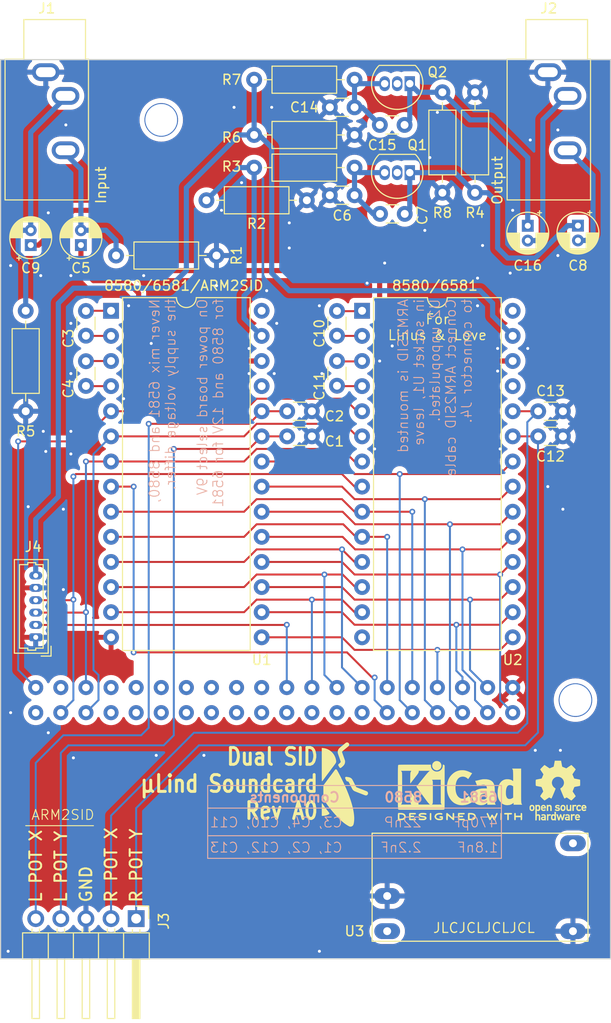
<source format=kicad_pcb>
(kicad_pcb (version 20240108) (generator "pcbnew") (generator_version "8.0")
  (layers (0 "F.Cu" signal) (1 "In1.Cu" power) (2 "In2.Cu" power) (31 "B.Cu" signal) (34 "B.Paste" user) (35 "F.Paste" user) (36 "B.SilkS" user "B.Silkscreen") (37 "F.SilkS" user "F.Silkscreen") (38 "B.Mask" user) (39 "F.Mask" user) (44 "Edge.Cuts" user))
  (net 0 "")
  (net 1 "GND")
  (net 2 "IN_R")
  (net 3 "Net-(U1-EXT_IN)")
  (net 4 "Net-(U1-CAP1A)")
  (net 5 "Net-(U1-CAP1B)")
  (net 6 "Net-(U1-CAP2B)")
  (net 7 "Net-(U1-CAP2A)")
  (net 8 "OUT_R")
  (net 9 "A5")
  (net 10 "A2S_OUT_R")
  (net 11 "~{RES}")
  (net 12 "POT_Y_L")
  (net 13 "POT_X_L")
  (net 14 "IN_L")
  (net 15 "Net-(Q1-B)")
  (net 16 "Net-(Q1-E)")
  (net 17 "OUT_L")
  (net 18 "POT_Y_R")
  (net 19 "POT_X_R")
  (net 20 "Net-(Q2-B)")
  (net 21 "Net-(Q2-E)")
  (net 22 "D0")
  (net 23 "~{SNDR_EN}")
  (net 24 "D2")
  (net 25 "D1")
  (net 26 "VCC")
  (net 27 "E")
  (net 28 "+9V")
  (net 29 "A2")
  (net 30 "A0")
  (net 31 "D7")
  (net 32 "A4")
  (net 33 "A1")
  (net 34 "D6")
  (net 35 "D3")
  (net 36 "A3")
  (net 37 "D4")
  (net 38 "D5")
  (net 39 "R{slash}~{W}")
  (net 40 "~{SNDL_EN}")
  (net 41 "Net-(U2-EXT_IN)")
  (net 42 "Net-(U2-CAP1A)")
  (net 43 "Net-(U2-CAP1B)")
  (net 44 "Net-(U2-CAP2B)")
  (net 45 "Net-(U2-CAP2A)")
  (net 46 "Net-(U1-AUDIO_OUT)")
  (footprint "Resistor_THT:R_Axial_DIN0207_L6.3mm_D2.5mm_P10.16mm_Horizontal" (layer "F.Cu") (at 115.57 59.182 -90)
    (property "Reference" "R4")
    (property "Value" "100k" (hide yes))
  )
  (footprint "Symbol:KiCad-Logo2_5mm_SilkScreen" (layer "F.Cu") (at 114.046 129.794)
    (property "Reference" "REF**" (hide yes))
    (property "Value" "KiCad-Logo2_5mm_SilkScreen" (hide yes))
  )
  (footprint "Capacitor_THT:C_Disc_D3.0mm_W1.6mm_P2.50mm" (layer "F.Cu") (at 121.96 91.44)
    (property "Reference" "C13")
    (property "Value" "2.2nF" (hide yes))
  )
  (footprint "Resistor_THT:R_Axial_DIN0207_L6.3mm_D2.5mm_P10.16mm_Horizontal" (layer "F.Cu") (at 93.218 66.802)
    (property "Reference" "R3")
    (property "Value" "100k" (hide yes))
  )
  (footprint "Package_DIP:DIP-28_W15.24mm" (layer "F.Cu") (at 78.74 81.28)
    (property "Reference" "U1")
    (property "Value" "8580/6581/ARM2SID")
  )
  (footprint "Resistor_THT:R_Axial_DIN0207_L6.3mm_D2.5mm_P10.16mm_Horizontal" (layer "F.Cu") (at 98.552 70.104 180)
    (property "Reference" "R2")
    (property "Value" "100k" (hide yes))
  )
  (footprint "Capacitor_THT:CP_Radial_D4.0mm_P1.50mm" (layer "F.Cu") (at 75.692 74.6366 90)
    (property "Reference" "C5")
    (property "Value" "0.1µF" (hide yes))
  )
  (footprint "Connector_Audio:Jack_3.5mm_CUI_SJ1-3533NG_Horizontal" (layer "F.Cu") (at 72.136 57.15)
    (property "Reference" "J1")
    (property "Value" "Input")
  )
  (footprint "Capacitor_THT:C_Disc_D3.0mm_W1.6mm_P2.50mm" (layer "F.Cu") (at 76.2 86.38 -90)
    (property "Reference" "C4")
    (property "Value" "22nF" (hide yes))
  )
  (footprint "Resistor_THT:R_Axial_DIN0207_L6.3mm_D2.5mm_P10.16mm_Horizontal" (layer "F.Cu") (at 93.218 57.912)
    (property "Reference" "R7")
    (property "Value" "100k" (hide yes))
  )
  (footprint "Capacitor_THT:CP_Radial_D4.0mm_P1.50mm" (layer "F.Cu") (at 120.904 72.683401 -90)
    (property "Reference" "C16")
    (property "Value" "10µF" (hide yes))
  )
  (footprint "Capacitor_THT:C_Disc_D3.0mm_W1.6mm_P2.50mm" (layer "F.Cu") (at 103.378 60.706 180)
    (property "Reference" "C14")
    (property "Value" "2.2nF" (hide yes))
  )
  (footprint "Connector_Audio:Jack_3.5mm_CUI_SJ1-3533NG_Horizontal" (layer "F.Cu") (at 122.936 57.15)
    (property "Reference" "J2")
    (property "Value" "Output")
  )
  (footprint "Capacitor_THT:CP_Radial_D4.0mm_P1.50mm" (layer "F.Cu") (at 70.612 74.6366 90)
    (property "Reference" "C9")
    (property "Value" "0.1µF" (hide yes))
  )
  (footprint "Capacitor_THT:C_Disc_D3.0mm_W1.6mm_P2.50mm" (layer "F.Cu") (at 105.938 62.484)
    (property "Reference" "C15")
    (property "Value" "2.2nF" (hide yes))
  )
  (footprint "Capacitor_THT:C_Disc_D3.0mm_W1.6mm_P2.50mm" (layer "F.Cu") (at 105.958 71.48)
    (property "Reference" "C7")
    (property "Value" "2.2nF" (hide yes))
  )
  (footprint "Resistor_THT:R_Axial_DIN0207_L6.3mm_D2.5mm_P10.16mm_Horizontal" (layer "F.Cu") (at 112.268 69.342 90)
    (property "Reference" "R8")
    (property "Value" "100k" (hide yes))
  )
  (footprint "motherboard:StepUpConverter" (layer "F.Cu") (at 116.205 147.066)
    (property "Reference" "U3")
    (property "Value" "~" (hide yes))
  )
  (footprint "Capacitor_THT:C_Disc_D3.0mm_W1.6mm_P2.50mm" (layer "F.Cu") (at 101.6 81.3 -90)
    (property "Reference" "C10")
    (property "Value" "22nF" (hide yes))
  )
  (footprint "Connector_PinHeader_2.54mm:PinHeader_1x05_P2.54mm_Horizontal" (layer "F.Cu") (at 81.28 142.748 -90)
    (property "Reference" "J3")
    (property "Value" "Paddle Con")
  )
  (footprint "Connector_Molex:Molex_PicoBlade_53047-0610_1x06_P1.25mm_Vertical" (layer "F.Cu") (at 71.12 114.3 90)
    (property "Reference" "J4")
    (property "Value" "ARM2SID")
  )
  (footprint "motherboard:AudioExpansionCard" (layer "F.Cu") (at 71.12 121.92)
    (property "Reference" "J5" (hide yes))
    (property "Value" "Conn_02x20_Odd_Even" (hide yes))
    (fp_line (start -3.556 -66.04) (end -3.556 24.892) (stroke (width 0.12)) (layer "Edge.Cuts"))
    (fp_line (start -3.556 24.892) (end 58.166 24.892) (stroke (width 0.12)) (layer "Edge.Cuts"))
    (fp_line (start 58.166 -66.04) (end -3.556 -66.04) (stroke (width 0.12)) (layer "Edge.Cuts"))
    (fp_line (start 58.166 24.892) (end 58.166 -66.04) (stroke (width 0.12)) (layer "Edge.Cuts"))
  )
  (footprint "Capacitor_THT:C_Disc_D3.0mm_W1.6mm_P2.50mm" (layer "F.Cu") (at 103.378 69.596 180)
    (property "Reference" "C6")
    (property "Value" "2.2nF" (hide yes))
  )
  (footprint "Capacitor_THT:C_Disc_D3.0mm_W1.6mm_P2.50mm" (layer "F.Cu") (at 76.2 81.3 -90)
    (property "Reference" "C3")
    (property "Value" "22nF" (hide yes))
  )
  (footprint "Capacitor_THT:CP_Radial_D4.0mm_P1.50mm" (layer "F.Cu") (at 125.984 72.668 -90)
    (property "Reference" "C8")
    (property "Value" "10µF" (hide yes))
  )
  (footprint "Package_DIP:DIP-28_W15.24mm" (layer "F.Cu") (at 104.14 81.28)
    (property "Reference" "U2")
    (property "Value" "8580/6581")
  )
  (footprint "motherboard:fly_6mm" (layer "F.Cu") (at 102.362 129.286)
    (property "Reference" "G***" (hide yes))
    (property "Value" "LOGO" (hide yes))
  )
  (footprint "Package_TO_SOT_THT:TO-92_Inline" (layer "F.Cu") (at 108.966 58.314 180)
    (property "Reference" "Q2")
    (property "Value" "2SC1815" (hide yes))
  )
  (footprint "Capacitor_THT:C_Disc_D3.0mm_W1.6mm_P2.50mm" (layer "F.Cu") (at 101.6 86.36 -90)
    (property "Reference" "C11")
    (property "Value" "22nF" (hide yes))
  )
  (footprint "Resistor_THT:R_Axial_DIN0207_L6.3mm_D2.5mm_P10.16mm_Horizontal" (layer "F.Cu") (at 79.248 75.692)
    (property "Reference" "R1")
    (property "Value" "100k" (hide yes))
  )
  (footprint "Capacitor_THT:C_Disc_D3.0mm_W1.6mm_P2.50mm" (layer "F.Cu") (at 121.96 93.98)
    (property "Reference" "C12")
    (property "Value" "2.2nF" (hide yes))
  )
  (footprint "Resistor_THT:R_Axial_DIN0207_L6.3mm_D2.5mm_P10.16mm_Horizontal" (layer "F.Cu") (at 70.104 81.28 -90)
    (property "Reference" "R5")
    (property "Value" "100k" (hide yes))
  )
  (footprint "Package_TO_SOT_THT:TO-92_Inline" (layer "F.Cu") (at 108.966 67.31 180)
    (property "Reference" "Q1")
    (property "Value" "2SC1815" (hide yes))
  )
  (footprint "Capacitor_THT:C_Disc_D3.0mm_W1.6mm_P2.50mm" (layer "F.Cu") (at 96.56 91.44)
    (property "Reference" "C2")
    (property "Value" "2.2nF" (hide yes))
  )
  (footprint "Symbol:OSHW-Logo_5.7x6mm_SilkScreen" (layer "F.Cu") (at 123.952 129.794)
    (property "Reference" "REF**" (hide yes))
    (property "Value" "OSHW-Logo_5.7x6mm_SilkScreen" (hide yes))
  )
  (footprint "Capacitor_THT:C_Disc_D3.0mm_W1.6mm_P2.50mm" (layer "F.Cu") (at 96.56 93.98)
    (property "Reference" "C1")
    (property "Value" "2.2nF" (hide yes))
  )
  (footprint "Resistor_THT:R_Axial_DIN0207_L6.3mm_D2.5mm_P10.16mm_Horizontal" (layer "F.Cu") (at 103.378 63.5 180)
    (property "Reference" "R6")
    (property "Value" "100k" (hide yes))
  )
  (gr_line (start 118.237 131.572) (end 118.237 129.286) (stroke (width 0.1)) (layer "B.SilkS"))
  (gr_line (start 117.983 131.572) (end 88.773 131.572) (stroke (width 0.1)) (layer "B.SilkS"))
  (gr_line (start 118.237 134.366) (end 117.983 134.366) (stroke (width 0.1)) (layer "B.SilkS"))
  (gr_line (start 88.519 129.286) (end 88.519 131.572) (stroke (width 0.1)) (layer "B.SilkS"))
  (gr_line (start 118.237 129.286) (end 88.519 129.286) (stroke (width 0.1)) (layer "B.SilkS"))
  (gr_line (start 118.237 136.652) (end 117.983 136.652) (stroke (width 0.1)) (layer "B.SilkS"))
  (gr_line (start 88.519 134.366) (end 88.519 136.652) (stroke (width 0.1)) (layer "B.SilkS"))
  (gr_line (start 88.519 131.572) (end 88.773 131.572) (stroke (width 0.1)) (layer "B.SilkS"))
  (gr_line (start 117.983 136.652) (end 88.773 136.652) (stroke (width 0.1)) (layer "B.SilkS"))
  (gr_line (start 117.983 131.572) (end 118.237 131.572) (stroke (width 0.1)) (layer "B.SilkS"))
  (gr_line (start 88.519 134.366) (end 88.773 134.366) (stroke (width 0.1)) (layer "B.SilkS"))
  (gr_line (start 88.519 136.652) (end 88.773 136.652) (stroke (width 0.1)) (layer "B.SilkS"))
  (gr_line (start 88.519 131.572) (end 88.519 134.366) (stroke (width 0.1)) (layer "B.SilkS"))
  (gr_line (start 117.983 134.366) (end 88.773 134.366) (stroke (width 0.1)) (layer "B.SilkS"))
  (gr_line (start 118.237 129.286) (end 118.237 136.652) (stroke (width 0.1)) (layer "B.SilkS"))
  (gr_line (start 70.104 133.35) (end 76.962 133.35) (stroke (width 0.1)) (layer "F.SilkS"))
  (gr_text "2024-06-29" (at 127 114.554 90) (layer "F.Cu") (effects (font (size 1 1) (thickness 0.1)) (justify left bottom)))
  (gr_text "6581     8580      Components" (at 117.983 131.064 0) (layer "B.SilkS") (effects (font (size 1 1) (thickness 0.2) (bold yes)) (justify left bottom mirror)))
  (gr_text "1.8nF	2.2nF	C1, C2, C12, C13" (at 117.983 136.144 0) (layer "B.SilkS") (effects (font (size 1 1) (thickness 0.1)) (justify left bottom mirror)))
  (gr_text "Never mix 6581 and 8580, \nthe supply voltage differ.\n\nOn power board select 9V\nfor 8580 and 12V for 6581" (at 90.17 80.01 90) (layer "B.SilkS") (effects (font (size 1 1) (thickness 0.1)) (justify left bottom mirror)))
  (gr_text "470pF	22nP	C3, C4, C10, C11" (at 117.983 133.604 0) (layer "B.SilkS") (effects (font (size 1 1) (thickness 0.1)) (justify left bottom mirror)))
  (gr_text "ARM2SID is mounted\nin socket U1, leave\nU2 unpopulated.\nConnect ARM2SID cable\nto connector J4." (at 115.316 80.01 90) (layer "B.SilkS") (effects (font (size 1 1) (thickness 0.1)) (justify left bottom mirror)))
  (gr_text "L POT X" (at 71.12 141.224 90) (layer "F.SilkS") (effects (font (size 1.2 1.2) (thickness 0.2)) (justify left)))
  (gr_text "R POT X\n" (at 78.74 141.224 90) (layer "F.SilkS") (effects (font (size 1.2 1.2) (thickness 0.2)) (justify left)))
  (gr_text "ARM2SID" (at 70.612 132.842 0) (layer "F.SilkS") (effects (font (size 1 1) (thickness 0.1)) (justify left bottom)))
  (gr_text "For\nLinus & Love" (at 111.76 84.328 0) (layer "F.SilkS") (effects (font (size 1 1) (thickness 0.125)) (justify bottom)))
  (gr_text "L POT Y\n" (at 73.66 141.224 90) (layer "F.SilkS") (effects (font (size 1.2 1.2) (thickness 0.2)) (justify left)))
  (gr_text "R POT Y\n" (at 81.28 141.224 90) (layer "F.SilkS") (effects (font (size 1.2 1.2) (thickness 0.2)) (justify left)))
  (gr_text "Dual SID\nµLind Soundcard\nRev A0" (at 99.822 132.842 0) (layer "F.SilkS") (effects (font (size 1.7 1.4) (thickness 0.3) (bold yes)) (justify right bottom)))
  (gr_text "JLCJCLJCLJCL" (at 111.252 144.272 0) (layer "F.SilkS") (effects (font (size 1 1) (thickness 0.125)) (justify left bottom)))
  (gr_text "GND\n" (at 76.2 141.224 90) (layer "F.SilkS") (effects (font (size 1.2 1.2) (thickness 0.2)) (justify left)))
  (via (at 74.676 95.758) (size 0.6) (drill 0.3) (layers "F.Cu" "B.Cu") (net 1))
  (via (at 116.332 74.676) (size 0.6) (drill 0.3) (layers "F.Cu" "B.Cu") (net 1))
  (via (at 88.138 126.238) (size 0.6) (drill 0.3) (layers "F.Cu" "B.Cu") (net 1))
  (via (at 121.666 125.73) (size 0.6) (drill 0.3) (layers "F.Cu" "B.Cu") (net 1))
  (via (at 71.882 93.472) (size 0.6) (drill 0.3) (layers "F.Cu" "B.Cu") (net 1))
  (via (at 94.488 79.248) (size 0.6) (drill 0.3) (layers "F.Cu" "B.Cu") (net 1))
  (via (at 95.25 87.63) (size 0.6) (drill 0.3) (layers "F.Cu" "B.Cu") (net 1))
  (via (at 119.38 71.12) (size 0.6) (drill 0.3) (layers "F.Cu" "B.Cu") (net 1))
  (via (at 117.856 85.09) (size 0.6) (drill 0.3) (layers "F.Cu" "B.Cu") (net 1))
  (via (at 110.998 65.786) (size 0.6) (drill 0.3) (layers "F.Cu" "B.Cu") (net 1))
  (via (at 124.206 125.73) (size 0.6) (drill 0.3) (layers "F.Cu" "B.Cu") (net 1))
  (via (at 104.648 78.486) (size 0.6) (drill 0.3) (layers "F.Cu" "B.Cu") (net 1))
  (via (at 117.856 87.376) (size 0.6) (drill 0.3) (layers "F.Cu" "B.Cu") (net 1))
  (via (at 72.136 95.504) (size 0.6) (drill 0.3) (layers "F.Cu" "B.Cu") (net 1))
  (via (at 124.46 101.346) (size 0.6) (drill 0.3) (layers "F.Cu" "B.Cu") (net 1))
  (via (at 73.914 101.346) (size 0.6) (drill 0.3) (layers "F.Cu" "B.Cu") (net 1))
  (via (at 91.186 60.706) (size 0.6) (drill 0.3) (layers "F.Cu" "B.Cu") (net 1))
  (via (at 122.936 99.06) (size 0.6) (drill 0.3) (layers "F.Cu" "B.Cu") (net 1))
  (via (at 82.042 77.724) (size 0.6) (drill 0.3) (layers "F.Cu" "B.Cu") (net 1))
  (via (at 80.518 80.772) (size 0.6) (drill 0.3) (layers "F.Cu" "B.Cu") (net 1))
  (via (at 123.952 75.692) (size 0.6) (drill 0.3) (layers "F.Cu" "B.Cu") (net 1))
  (via (at 91.948 68.326) (size 0.6) (drill 0.3) (layers "F.Cu" "B.Cu") (net 1))
  (via (at 71.628 77.724) (size 0.6) (drill 0.3) (layers "F.Cu" "B.Cu") (net 1))
  (via (at 99.822 80.772) (size 0.6) (drill 0.3) (layers "F.Cu" "B.Cu") (net 1))
  (via (at 120.904 85.09) (size 0.6) (drill 0.3) (layers "F.Cu" "B.Cu") (net 1))
  (via (at 107.188 84.836) (size 0.6) (drill 0.3) (layers "F.Cu" "B.Cu") (net 1))
  (via (at 110.49 73.152) (size 0.6) (drill 0.3) (layers "F.Cu" "B.Cu") (net 1))
  (via (at 121.158 64.008) (size 0.6) (drill 0.3) (layers "F.Cu" "B.Cu") (net 1))
  (via (at 83.312 126.238) (size 0.6) (drill 0.3) (layers "F.Cu" "B.Cu") (net 1))
  (via (at 95.504 82.55) (size 0.6) (drill 0.3) (layers "F.Cu" "B.Cu") (net 1))
  (via (at 96.774 72.39) (size 0.6) (drill 0.3) (layers "F.Cu" "B.Cu") (net 1))
  (via (at 100.076 87.63) (size 0.6) (drill 0.3) (layers "F.Cu" "B.Cu") (net 1))
  (via (at 115.824 80.772) (size 0.6) (drill 0.3) (layers "F.Cu" "B.Cu") (net 1))
  (via (at 119.126 77.47) (size 0.6) (drill 0.3) (layers "F.Cu" "B.Cu") (net 1))
  (via (at 74.168 62.484) (size 0.6) (drill 0.3) (layers "F.Cu" "B.Cu") (net 1))
  (via (at 74.676 82.55) (size 0.6) (drill 0.3) (layers "F.Cu" "B.Cu") (net 1))
  (via (at 74.676 77.724) (size 0.6) (drill 0.3) (layers "F.Cu" "B.Cu") (net 1))
  (via (at 105.918 86.36) (size 0.6) (drill 0.3) (layers "F.Cu" "B.Cu") (net 1))
  (via (at 73.914 109.474) (size 0.6) (drill 0.3) (layers "F.Cu" "B.Cu") (net 1))
  (via (at 99.822 146.05) (size 0.6) (drill 0.3) (layers "F.Cu" "B.Cu") (net 1))
  (via (at 92.71 85.09) (size 0.6) (drill 0.3) (layers "F.Cu" "B.Cu") (net 1))
  (via (at 96.774 74.93) (size 0.6) (drill 0.3) (layers "F.Cu" "B.Cu") (net 1))
  (via (at 106.426 76.454) (size 0.6) (drill 0.3) (layers "F.Cu" "B.Cu") (net 1))
  (via (at 82.804 84.582) (size 0.6) (drill 0.3) (layers "F.Cu" "B.Cu") (net 1))
  (via (at 80.01 90.17) (size 0.6) (drill 0.3) (layers "F.Cu" "B.Cu") (net 1))
  (via (at 118.11 95.25) (size 0.6) (drill 0.3) (layers "F.Cu" "B.Cu") (net 1))
  (via (at 72.39 123.952) (size 0.6) (drill 0.3) (layers "F.Cu" "B.Cu") (net 1))
  (via (at 68.326 146.05) (size 0.6) (drill 0.3) (layers "F.Cu" "B.Cu") (net 1))
  (via (at 111.76 61.214) (size 0.6) (drill 0.3) (layers "F.Cu" "B.Cu") (net 1))
  (via (at 68.58 76.708) (size 0.6) (drill 0.3) (layers "F.Cu" "B.Cu") (net 1))
  (via (at 92.71 87.63) (size 0.6) (drill 0.3) (layers "F.Cu" "B.Cu") (net 1))
  (via (at 94.996 60.706) (size 0.6) (drill 0.3) (layers "F.Cu" "B.Cu") (net 1))
  (via (at 89.408 78.74) (size 0.6) (drill 0.3) (layers "F.Cu" "B.Cu") (net 1))
  (via (at 123.952 62.992) (size 0.6) (drill 0.3) (layers "F.Cu" "B.Cu") (net 1))
  (via (at 115.824 77.978) (size 0.6) (drill 0.3) (layers "F.Cu" "B.Cu") (net 1))
  (via (at 89.916 71.12) (size 0.6) (drill 0.3) (layers "F.Cu" "B.Cu") (net 1))
  (via (at 74.676 87.63) (size 0.6) (drill 0.3) (layers "F.Cu" "B.Cu") (net 1))
  (via (at 72.39 71.374) (size 0.6) (drill 0.3) (layers "F.Cu" "B.Cu") (net 1))
  (via (at 74.676 93.472) (size 0.6) (drill 0.3) (layers "F.Cu" "B.Cu") (net 1))
  (via (at 105.41 95.25) (size 0.6) (drill 0.3) (layers "F.Cu" "B.Cu") (net 1))
  (via (at 74.93 126.492) (size 0.6) (drill 0.3) (layers "F.Cu" "B.Cu") (net 1))
  (via (at 68.58 121.92) (size 0.6) (drill 0.3) (layers "F.Cu" "B.Cu") (net 1))
  (via (at 70.358 101.092) (size 0.6) (drill 0.3) (layers "F.Cu" "B.Cu") (net 1))
  (segment (start 70.612 73.1366) (end 69.763472 73.1366) (width 0.521) (layer "B.Cu") (net 2))
  (segment (start 70.612 63.238) (end 70.612 73.1366) (width 0.521) (layer "B.Cu") (net 2))
  (segment (start 69.763472 73.1366) (end 69.342 73.558072) (width 0.521) (layer "B.Cu") (net 2))
  (segment (start 73.914 60.032) (end 73.818 60.032) (width 0.521) (layer "B.Cu") (net 2))
  (segment (start 70.104 76.2) (end 70.104 81.28) (width 0.521) (layer "B.Cu") (net 2))
  (segment (start 69.342 75.438) (end 70.104 76.2) (width 0.521) (layer "B.Cu") (net 2))
  (segment (start 73.818 60.032) (end 70.612 63.238) (width 0.521) (layer "B.Cu") (net 2))
  (segment (start 69.342 73.558072) (end 69.342 75.438) (width 0.521) (layer "B.Cu") (net 2))
  (segment (start 81.534 85.344) (end 82.55 86.36) (width 0.521) (layer "F.Cu") (net 3))
  (segment (start 81.534 79.502) (end 80.264 78.232) (width 0.521) (layer "F.Cu") (net 3))
  (segment (start 80.264 78.232) (end 76.962 78.232) (width 0.521) (layer "F.Cu") (net 3))
  (segment (start 75.692 76.962) (end 76.962 78.232) (width 0.521) (layer "F.Cu") (net 3))
  (segment (start 81.534 83.058) (end 81.534 85.344) (width 0.521) (layer "F.Cu") (net 3))
  (segment (start 81.534 83.058) (end 81.534 79.502) (width 0.521) (layer "F.Cu") (net 3))
  (segment (start 82.55 86.36) (end 93.98 86.36) (width 0.521) (layer "F.Cu") (net 3))
  (segment (start 75.692 74.6366) (end 75.692 76.962) (width 0.521) (layer "F.Cu") (net 3))
  (segment (start 78.74 81.28) (end 76.24 81.28) (width 0.2) (layer "F.Cu") (net 4))
  (segment (start 76.24 81.28) (end 76.2 81.32) (width 0.2) (layer "F.Cu") (net 4))
  (segment (start 78.74 83.82) (end 76.2 83.82) (width 0.2) (layer "F.Cu") (net 5))
  (segment (start 78.74 88.9) (end 76.2 88.9) (width 0.2) (layer "F.Cu") (net 6))
  (segment (start 76.24 86.36) (end 76.2 86.4) (width 0.2) (layer "F.Cu") (net 7))
  (segment (start 78.74 86.36) (end 76.24 86.36) (width 0.2) (layer "F.Cu") (net 7))
  (segment (start 122.428 73.507929) (end 121.752528 74.183401) (width 0.521) (layer "B.Cu") (net 8))
  (segment (start 124.88 59.524) (end 122.428 61.976) (width 0.521) (layer "B.Cu") (net 8))
  (segment (start 121.752528 74.183401) (end 120.904 74.183401) (width 0.521) (layer "B.Cu") (net 8))
  (segment (start 122.428 61.976) (end 122.428 73.507929) (width 0.521) (layer "B.Cu") (net 8))
  (segment (start 124.968 59.524) (end 124.88 59.524) (width 0.521) (layer "B.Cu") (net 8))
  (segment (start 96.52 113.03) (end 96.5 113.05) (width 0.2) (layer "F.Cu") (net 9))
  (segment (start 96.5 113.05) (end 71.12 113.05) (width 0.2) (layer "F.Cu") (net 9))
  (via (at 96.52 113.03) (size 0.6) (drill 0.3) (layers "F.Cu" "B.Cu") (net 9))
  (segment (start 96.52 119.38) (end 96.52 113.03) (width 0.2) (layer "B.Cu") (net 9))
  (segment (start 91.694 63.5) (end 93.218 63.5) (width 0.521) (layer "B.Cu") (net 10))
  (segment (start 86.36 77.216) (end 86.36 68.834) (width 0.521) (layer "B.Cu") (net 10))
  (segment (start 86.36 68.834) (end 91.694 63.5) (width 0.521) (layer "B.Cu") (net 10))
  (segment (start 93.218 63.5) (end 93.726 63.5) (width 0.521) (layer "B.Cu") (net 10))
  (segment (start 93.726 63.5) (end 94.996 64.77) (width 0.521) (layer "B.Cu") (net 10))
  (segment (start 117.348 80.518) (end 117.348 81.788) (width 0.521) (layer "B.Cu") (net 10))
  (segment (start 117.348 81.788) (end 119.38 83.82) (width 0.521) (layer "B.Cu") (net 10))
  (segment (start 71.12 102.362) (end 73.406 100.076) (width 0.521) (layer "B.Cu") (net 10))
  (segment (start 73.406 80.518) (end 74.93 78.994) (width 0.521) (layer "B.Cu") (net 10))
  (segment (start 94.996 77.47) (end 96.774 79.248) (width 0.521) (layer "B.Cu") (net 10))
  (segment (start 93.218 57.912) (end 93.218 63.5) (width 0.521) (layer "B.Cu") (net 10))
  (segment (start 96.774 79.248) (end 116.078 79.248) (width 0.521) (layer "B.Cu") (net 10))
  (segment (start 74.93 78.994) (end 84.582 78.994) (width 0.521) (layer "B.Cu") (net 10))
  (segment (start 116.078 79.248) (end 117.348 80.518) (width 0.521) (layer "B.Cu") (net 10))
  (segment (start 71.12 108.05) (end 71.12 102.362) (width 0.521) (layer "B.Cu") (net 10))
  (segment (start 84.582 78.994) (end 86.36 77.216) (width 0.521) (layer "B.Cu") (net 10))
  (segment (start 94.996 64.77) (end 94.996 77.47) (width 0.521) (layer "B.Cu") (net 10))
  (segment (start 73.406 100.076) (end 73.406 80.518) (width 0.521) (layer "B.Cu") (net 10))
  (segment (start 75.692 94.488) (end 78.74 91.44) (width 0.2) (layer "F.Cu") (net 11))
  (segment (start 78.74 91.44) (end 92.202 91.44) (width 0.2) (layer "F.Cu") (net 11))
  (segment (start 93.472 90.17) (end 102.362 90.17) (width 0.2) (layer "F.Cu") (net 11))
  (segment (start 103.632 91.44) (end 104.14 91.44) (width 0.2) (layer "F.Cu") (net 11))
  (segment (start 102.362 90.17) (end 103.632 91.44) (width 0.2) (layer "F.Cu") (net 11))
  (segment (start 92.202 91.44) (end 93.472 90.17) (width 0.2) (layer "F.Cu") (net 11))
  (segment (start 69.342 94.488) (end 75.692 94.488) (width 0.2) (layer "F.Cu") (net 11))
  (via (at 69.342 94.488) (size 0.6) (drill 0.3) (layers "F.Cu" "B.Cu") (net 11))
  (segment (start 69.342 117.602) (end 69.342 94.488) (width 0.2) (layer "B.Cu") (net 11))
  (segment (start 71.12 119.38) (end 69.342 117.602) (width 0.2) (layer "B.Cu") (net 11))
  (segment (start 96.52 93.98) (end 93.98 93.98) (width 0.2) (layer "F.Cu") (net 12))
  (segment (start 93.98 93.98) (end 92.71 95.25) (width 0.2) (layer "F.Cu") (net 12))
  (segment (start 92.71 95.25) (end 85.09 95.25) (width 0.2) (layer "F.Cu") (net 12))
  (via (at 85.09 95.25) (size 0.6) (drill 0.3) (layers "F.Cu" "B.Cu") (net 12))
  (segment (start 85.09 95.25) (end 85.09 124.206) (width 0.2) (layer "B.Cu") (net 12))
  (segment (start 85.09 124.206) (end 84.074 125.222) (width 0.2) (layer "B.Cu") (net 12))
  (segment (start 84.074 125.222) (end 74.422 125.222) (width 0.2) (layer "B.Cu") (net 12))
  (segment (start 74.422 125.222) (end 73.66 125.984) (width 0.2) (layer "B.Cu") (net 12))
  (segment (start 73.66 125.984) (end 73.66 142.748) (width 0.2) (layer "B.Cu") (net 12))
  (segment (start 92.71 92.71) (end 82.55 92.71) (width 0.2) (layer "F.Cu") (net 13))
  (segment (start 96.52 91.44) (end 93.98 91.44) (width 0.2) (layer "F.Cu") (net 13))
  (segment (start 93.98 91.44) (end 92.71 92.71) (width 0.2) (layer "F.Cu") (net 13))
  (via (at 82.55 92.71) (size 0.6) (drill 0.3) (layers "F.Cu" "B.Cu") (net 13))
  (segment (start 82.55 92.71) (end 82.55 123.444) (width 0.2) (layer "B.Cu") (net 13))
  (segment (start 82.55 123.444) (end 81.788 124.206) (width 0.2) (layer "B.Cu") (net 13))
  (segment (start 81.788 124.206) (end 73.914 124.206) (width 0.2) (layer "B.Cu") (net 13))
  (segment (start 71.12 127) (end 71.12 142.748) (width 0.2) (layer "B.Cu") (net 13))
  (segment (start 73.914 124.206) (end 71.12 127) (width 0.2) (layer "B.Cu") (net 13))
  (segment (start 79.248 75.692) (end 79.248 74.168) (width 0.521) (layer "B.Cu") (net 14))
  (segment (start 79.248 74.168) (end 78.2166 73.1366) (width 0.521) (layer "B.Cu") (net 14))
  (segment (start 78.2166 73.1366) (end 75.692 73.1366) (width 0.521) (layer "B.Cu") (net 14))
  (segment (start 75.692 66.97) (end 75.692 73.1366) (width 0.521) (layer "B.Cu") (net 14))
  (segment (start 74.036 65.314) (end 75.692 66.97) (width 0.521) (layer "B.Cu") (net 14))
  (segment (start 105.262 71.48) (end 103.378 69.596) (width 0.521) (layer "B.Cu") (net 15))
  (segment (start 105.958 71.48) (end 105.262 71.48) (width 0.521) (layer "B.Cu") (net 15))
  (segment (start 106.426 67.31) (end 103.886 67.31) (width 0.521) (layer "B.Cu") (net 15))
  (segment (start 103.886 67.31) (end 103.378 66.802) (width 0.521) (layer "B.Cu") (net 15))
  (segment (start 103.378 66.802) (end 103.378 69.596) (width 0.521) (layer "B.Cu") (net 15))
  (segment (start 115.57 69.342) (end 113.538 67.31) (width 0.521) (layer "B.Cu") (net 16))
  (segment (start 117.856 70.358) (end 116.84 69.342) (width 0.521) (layer "B.Cu") (net 16))
  (segment (start 108.966 70.972) (end 108.966 67.31) (width 0.521) (layer "B.Cu") (net 16))
  (segment (start 125.984 72.668) (end 124.944 72.668) (width 0.521) (layer "B.Cu") (net 16))
  (segment (start 118.872 75.946) (end 117.856 74.93) (width 0.521) (layer "B.Cu") (net 16))
  (segment (start 121.666 75.946) (end 118.872 75.946) (width 0.521) (layer "B.Cu") (net 16))
  (segment (start 108.458 71.48) (end 108.966 70.972) (width 0.521) (layer "B.Cu") (net 16))
  (segment (start 113.538 67.31) (end 108.966 67.31) (width 0.521) (layer "B.Cu") (net 16))
  (segment (start 117.856 74.93) (end 117.856 70.358) (width 0.521) (layer "B.Cu") (net 16))
  (segment (start 116.84 69.342) (end 115.57 69.342) (width 0.521) (layer "B.Cu") (net 16))
  (segment (start 124.944 72.668) (end 121.666 75.946) (width 0.521) (layer "B.Cu") (net 16))
  (segment (start 124.968 65.024) (end 127.508 67.564) (width 0.521) (layer "B.Cu") (net 17))
  (segment (start 126.832528 74.168) (end 125.984 74.168) (width 0.521) (layer "B.Cu") (net 17))
  (segment (start 127.508 67.564) (end 127.508 73.492528) (width 0.521) (layer "B.Cu") (net 17))
  (segment (start 127.508 73.492528) (end 126.832528 74.168) (width 0.521) (layer "B.Cu") (net 17))
  (segment (start 121.94 93.98) (end 119.38 93.98) (width 0.2) (layer "F.Cu") (net 18))
  (segment (start 87.63 125.222) (end 81.28 131.572) (width 0.2) (layer "B.Cu") (net 18))
  (segment (start 81.28 131.572) (end 81.28 142.748) (width 0.2) (layer "B.Cu") (net 18))
  (segment (start 121.94 93.98) (end 121.94 123.932) (width 0.2) (layer "B.Cu") (net 18))
  (segment (start 121.94 123.932) (end 120.65 125.222) (width 0.2) (layer "B.Cu") (net 18))
  (segment (start 120.65 125.222) (end 87.63 125.222) (width 0.2) (layer "B.Cu") (net 18))
  (segment (start 121.92 91.44) (end 119.38 91.44) (width 0.2) (layer "F.Cu") (net 19))
  (segment (start 120.86 92.54) (end 120.86 122.98) (width 0.2) (layer "B.Cu") (net 19))
  (segment (start 119.888 123.952) (end 87.122 123.952) (width 0.2) (layer "B.Cu") (net 19))
  (segment (start 121.96 91.44) (end 120.86 92.54) (width 0.2) (layer "B.Cu") (net 19))
  (segment (start 78.74 132.334) (end 78.74 142.748) (width 0.2) (layer "B.Cu") (net 19))
  (segment (start 120.86 122.98) (end 119.888 123.952) (width 0.2) (layer "B.Cu") (net 19))
  (segment (start 87.122 123.952) (end 78.74 132.334) (width 0.2) (layer "B.Cu") (net 19))
  (segment (start 103.78 58.314) (end 103.378 57.912) (width 0.521) (layer "B.Cu") (net 20))
  (segment (start 103.378 60.706) (end 104.16 60.706) (width 0.521) (layer "B.Cu") (net 20))
  (segment (start 104.16 60.706) (end 105.938 62.484) (width 0.521) (layer "B.Cu") (net 20))
  (segment (start 103.378 60.706) (end 103.378 57.912) (width 0.521) (layer "B.Cu") (net 20))
  (segment (start 106.426 58.314) (end 103.78 58.314) (width 0.521) (layer "B.Cu") (net 20))
  (segment (start 115.062 61.976) (end 112.268 59.182) (width 0.521) (layer "B.Cu") (net 21))
  (segment (start 120.904 65.786) (end 117.094 61.976) (width 0.521) (layer "B.Cu") (net 21))
  (segment (start 108.966 58.314) (end 108.966 61.956) (width 0.521) (layer "B.Cu") (net 21))
  (segment (start 117.094 61.976) (end 115.062 61.976) (width 0.521) (layer "B.Cu") (net 21))
  (segment (start 120.904 72.683401) (end 120.904 65.786) (width 0.521) (layer "B.Cu") (net 21))
  (segment (start 112.268 59.182) (end 109.834 59.182) (width 0.521) (layer "B.Cu") (net 21))
  (segment (start 109.834 59.182) (end 108.966 58.314) (width 0.521) (layer "B.Cu") (net 21))
  (segment (start 108.966 61.956) (end 108.438 62.484) (width 0.521) (layer "B.Cu") (net 21))
  (segment (start 118.11 115.57) (end 119.38 114.3) (width 0.2) (layer "F.Cu") (net 22))
  (segment (start 93.98 114.3) (end 102.108 114.3) (width 0.2) (layer "F.Cu") (net 22))
  (segment (start 103.378 115.57) (end 118.11 115.57) (width 0.2) (layer "F.Cu") (net 22))
  (segment (start 102.108 114.3) (end 103.378 115.57) (width 0.2) (layer "F.Cu") (net 22))
  (via (at 111.76 115.57) (size 0.6) (drill 0.3) (layers "F.Cu" "B.Cu") (net 22))
  (segment (start 111.76 119.38) (end 111.76 115.57) (width 0.2) (layer "B.Cu") (net 22))
  (segment (start 75.184 97.79) (end 74.93 98.044) (width 0.2) (layer "F.Cu") (net 23))
  (segment (start 103.378 99.06) (end 102.108 97.79) (width 0.2) (layer "F.Cu") (net 23))
  (segment (start 104.14 99.06) (end 103.378 99.06) (width 0.2) (layer "F.Cu") (net 23))
  (segment (start 74.93 110.49) (end 74.87 110.55) (width 0.2) (layer "F.Cu") (net 23))
  (segment (start 74.87 110.55) (end 71.12 110.55) (width 0.2) (layer "F.Cu") (net 23))
  (segment (start 102.108 97.79) (end 75.184 97.79) (width 0.2) (layer "F.Cu") (net 23))
  (via (at 74.93 110.49) (size 0.6) (drill 0.3) (layers "F.Cu" "B.Cu") (net 23))
  (via (at 74.93 98.044) (size 0.6) (drill 0.3) (layers "F.Cu" "B.Cu") (net 23))
  (segment (start 74.93 98.044) (end 74.93 110.49) (width 0.2) (layer "B.Cu") (net 23))
  (segment (start 73.66 121.92) (end 74.93 120.65) (width 0.2) (layer "B.Cu") (net 23))
  (segment (start 74.93 120.65) (end 74.93 110.49) (width 0.2) (layer "B.Cu") (net 23))
  (segment (start 93.98 109.22) (end 102.108 109.22) (width 0.2) (layer "F.Cu") (net 24))
  (segment (start 102.108 109.22) (end 103.378 110.49) (width 0.2) (layer "F.Cu") (net 24))
  (segment (start 103.378 110.49) (end 118.11 110.49) (width 0.2) (layer "F.Cu") (net 24))
  (segment (start 118.11 110.49) (end 119.38 109.22) (width 0.2) (layer "F.Cu") (net 24))
  (via (at 115.062 110.49) (size 0.6) (drill 0.3) (layers "F.Cu" "B.Cu") (net 24))
  (segment (start 115.062 117.602) (end 115.062 110.49) (width 0.2) (layer "B.Cu") (net 24))
  (segment (start 116.84 119.38) (end 115.062 117.602) (width 0.2) (layer "B.Cu") (net 24))
  (segment (start 102.108 111.76) (end 103.378 113.03) (width 0.2) (layer "F.Cu") (net 25))
  (segment (start 93.98 111.76) (end 102.108 111.76) (width 0.2) (layer "F.Cu") (net 25))
  (segment (start 103.378 113.03) (end 118.11 113.03) (width 0.2) (layer "F.Cu") (net 25))
  (segment (start 118.11 113.03) (end 119.38 111.76) (width 0.2) (layer "F.Cu") (net 25))
  (via (at 113.68 113.03) (size 0.6) (drill 0.3) (layers "F.Cu" "B.Cu") (net 25))
  (segment (start 114.3 119.38) (end 114.3 118.30237) (width 0.2) (layer "B.Cu") (net 25))
  (segment (start 113.68 117.68237) (end 113.68 113.03) (width 0.2) (layer "B.Cu") (net 25))
  (segment (start 114.3 118.30237) (end 113.68 117.68237) (width 0.2) (layer "B.Cu") (net 25))
  (segment (start 103.632 93.98) (end 102.362 92.71) (width 0.2) (layer "F.Cu") (net 27))
  (segment (start 93.472 92.71) (end 92.202 93.98) (width 0.2) (layer "F.Cu") (net 27))
  (segment (start 104.14 93.98) (end 103.632 93.98) (width 0.2) (layer "F.Cu") (net 27))
  (segment (start 102.362 92.71) (end 93.472 92.71) (width 0.2) (layer "F.Cu") (net 27))
  (segment (start 92.202 93.98) (end 78.74 93.98) (width 0.2) (layer "F.Cu") (net 27))
  (segment (start 76.2 121.92) (end 77.47 120.65) (width 0.2) (layer "B.Cu") (net 27))
  (segment (start 76.962 117.602) (end 76.962 95.758) (width 0.2) (layer "B.Cu") (net 27))
  (segment (start 77.47 118.11) (end 76.962 117.602) (width 0.2) (layer "B.Cu") (net 27))
  (segment (start 77.47 120.65) (end 77.47 118.11) (width 0.2) (layer "B.Cu") (net 27))
  (segment (start 76.962 95.758) (end 78.74 93.98) (width 0.2) (layer "B.Cu") (net 27))
  (segment (start 93.472 105.41) (end 102.108 105.41) (width 0.2) (layer "F.Cu") (net 29))
  (segment (start 103.378 106.68) (end 104.14 106.68) (width 0.2) (layer "F.Cu") (net 29))
  (segment (start 92.202 106.68) (end 93.472 105.41) (width 0.2) (layer "F.Cu") (net 29))
  (segment (start 78.74 106.68) (end 92.202 106.68) (width 0.2) (layer "F.Cu") (net 29))
  (segment (start 102.108 105.41) (end 103.378 106.68) (width 0.2) (layer "F.Cu") (net 29))
  (via (at 102.108 105.41) (size 0.6) (drill 0.3) (layers "F.Cu" "B.Cu") (net 29))
  (segment (start 102.108 117.348) (end 102.108 105.41) (width 0.2) (layer "B.Cu") (net 29))
  (segment (start 104.14 119.38) (end 102.108 117.348) (width 0.2) (layer "B.Cu") (net 29))
  (segment (start 93.472 100.33) (end 102.108 100.33) (width 0.2) (layer "F.Cu") (net 30))
  (segment (start 78.74 101.6) (end 92.202 101.6) (width 0.2) (layer "F.Cu") (net 30))
  (segment (start 109.22 101.6) (end 104.14 101.6) (width 0.2) (layer "F.Cu") (net 30))
  (segment (start 102.108 100.33) (end 103.378 101.6) (width 0.2) (layer "F.Cu") (net 30))
  (segment (start 92.202 101.6) (end 93.472 100.33) (width 0.2) (layer "F.Cu") (net 30))
  (segment (start 103.378 101.6) (end 104.14 101.6) (width 0.2) (layer "F.Cu") (net 30))
  (via (at 109.22 101.6) (size 0.6) (drill 0.3) (layers "F.Cu" "B.Cu") (net 30))
  (segment (start 109.22 119.38) (end 109.22 101.6) (width 0.2) (layer "B.Cu") (net 30))
  (segment (start 93.98 96.52) (end 102.108 96.52) (width 0.2) (layer "F.Cu") (net 31))
  (segment (start 118.11 97.79) (end 119.38 96.52) (width 0.2) (layer "F.Cu") (net 31))
  (segment (start 102.108 96.52) (end 103.378 97.79) (width 0.2) (layer "F.Cu") (net 31))
  (segment (start 103.378 97.79) (end 118.11 97.79) (width 0.2) (layer "F.Cu") (net 31))
  (via (at 107.95 97.79) (size 0.6) (drill 0.3) (layers "F.Cu" "B.Cu") (net 31))
  (segment (start 109.22 121.92) (end 107.95 120.65) (width 0.2) (layer "B.Cu") (net 31))
  (segment (start 107.95 120.65) (end 107.95 97.79) (width 0.2) (layer "B.Cu") (net 31))
  (segment (start 102.108 110.49) (end 93.472 110.49) (width 0.2) (layer "F.Cu") (net 32))
  (segment (start 104.14 111.76) (end 103.378 111.76) (width 0.2) (layer "F.Cu") (net 32))
  (segment (start 103.378 111.76) (end 102.108 110.49) (width 0.2) (layer "F.Cu") (net 32))
  (segment (start 92.202 111.76) (end 78.74 111.76) (width 0.2) (layer "F.Cu") (net 32))
  (segment (start 93.472 110.49) (end 92.202 111.76) (width 0.2) (layer "F.Cu") (net 32))
  (via (at 99.06 110.49) (size 0.6) (drill 0.3) (layers "F.Cu" "B.Cu") (net 32))
  (segment (start 99.06 119.38) (end 99.06 110.49) (width 0.2) (layer "B.Cu") (net 32))
  (segment (start 106.68 104.14) (end 104.14 104.14) (width 0.2) (layer "F.Cu") (net 33))
  (segment (start 103.505 104.14) (end 104.14 104.14) (width 0.2) (layer "F.Cu") (net 33))
  (segment (start 93.472 102.87) (end 102.235 102.87) (width 0.2) (layer "F.Cu") (net 33))
  (segment (start 78.74 104.14) (end 92.202 104.14) (width 0.2) (layer "F.Cu") (net 33))
  (segment (start 92.202 104.14) (end 93.472 102.87) (width 0.2) (layer "F.Cu") (net 33))
  (segment (start 102.235 102.87) (end 103.505 104.14) (width 0.2) (layer "F.Cu") (net 33))
  (via (at 106.68 104.14) (size 0.6) (drill 0.3) (layers "F.Cu" "B.Cu") (net 33))
  (segment (start 106.68 119.38) (end 106.68 104.14) (width 0.2) (layer "B.Cu") (net 33))
  (segment (start 93.98 99.06) (end 102.108 99.06) (width 0.2) (layer "F.Cu") (net 34))
  (segment (start 102.108 99.06) (end 103.378 100.33) (width 0.2) (layer "F.Cu") (net 34))
  (segment (start 118.11 100.33) (end 119.38 99.06) (width 0.2) (layer "F.Cu") (net 34))
  (segment (start 103.378 100.33) (end 118.11 100.33) (width 0.2) (layer "F.Cu") (net 34))
  (via (at 110.49 100.33) (size 0.6) (drill 0.3) (layers "F.Cu" "B.Cu") (net 34))
  (segment (start 110.49 120.65) (end 110.49 100.33) (width 0.2) (layer "B.Cu") (net 34))
  (segment (start 111.76 121.92) (end 110.49 120.65) (width 0.2) (layer "B.Cu") (net 34))
  (segment (start 102.108 106.68) (end 103.378 107.95) (width 0.2) (layer "F.Cu") (net 35))
  (segment (start 118.11 107.95) (end 119.38 106.68) (width 0.2) (layer "F.Cu") (net 35))
  (segment (start 93.98 106.68) (end 102.108 106.68) (width 0.2) (layer "F.Cu") (net 35))
  (segment (start 103.378 107.95) (end 118.11 107.95) (width 0.2) (layer "F.Cu") (net 35))
  (via (at 118.11 107.95) (size 0.6) (drill 0.3) (layers "F.Cu" "B.Cu") (net 35))
  (segment (start 119.38 121.92) (end 118.11 120.65) (width 0.2) (layer "B.Cu") (net 35))
  (segment (start 118.11 120.65) (end 118.11 107.95) (width 0.2) (layer "B.Cu") (net 35))
  (segment (start 103.4415 109.22) (end 104.14 109.22) (width 0.2) (layer "F.Cu") (net 36))
  (segment (start 102.1715 107.95) (end 103.4415 109.22) (width 0.2) (layer "F.Cu") (net 36))
  (segment (start 78.74 109.22) (end 92.202 109.22) (width 0.2) (layer "F.Cu") (net 36))
  (segment (start 93.472 107.95) (end 102.1715 107.95) (width 0.2) (layer "F.Cu") (net 36))
  (segment (start 92.202 109.22) (end 93.472 107.95) (width 0.2) (layer "F.Cu") (net 36))
  (via (at 100.33 107.95) (size 0.6) (drill 0.3) (layers "F.Cu" "B.Cu") (net 36))
  (segment (start 101.6 119.38) (end 100.33 118.11) (width 0.2) (layer "B.Cu") (net 36))
  (segment (start 100.33 118.11) (end 100.33 107.95) (width 0.2) (layer "B.Cu") (net 36))
  (segment (start 93.98 104.14) (end 102.1715 104.14) (width 0.2) (layer "F.Cu") (net 37))
  (segment (start 118.11 105.41) (end 119.38 104.14) (width 0.2) (layer "F.Cu") (net 37))
  (segment (start 103.4415 105.41) (end 118.11 105.41) (width 0.2) (layer "F.Cu") (net 37))
  (segment (start 102.1715 104.14) (end 103.4415 105.41) (width 0.2) (layer "F.Cu") (net 37))
  (via (at 114.3 105.41) (size 0.6) (drill 0.3) (layers "F.Cu" "B.Cu") (net 37))
  (segment (start 114.3 117.602) (end 114.3 105.41) (width 0.2) (layer "B.Cu") (net 37))
  (segment (start 116.84 121.92) (end 115.57 120.65) (width 0.2) (layer "B.Cu") (net 37))
  (segment (start 115.57 120.65) (end 115.57 118.872) (width 0.2) (layer "B.Cu") (net 37))
  (segment (start 115.57 118.872) (end 114.3 117.602) (width 0.2) (layer "B.Cu") (net 37))
  (segment (start 102.1715 101.6) (end 103.4415 102.87) (width 0.2) (layer "F.Cu") (net 38))
  (segment (start 103.4415 102.87) (end 118.11 102.87) (width 0.2) (layer "F.Cu") (net 38))
  (segment (start 118.11 102.87) (end 119.38 101.6) (width 0.2) (layer "F.Cu") (net 38))
  (segment (start 93.98 101.6) (end 102.1715 101.6) (width 0.2) (layer "F.Cu") (net 38))
  (via (at 113.03 102.870006) (size 0.6) (drill 0.3) (layers "F.Cu" "B.Cu") (net 38))
  (segment (start 113.03 120.65) (end 113.03 102.870006) (width 0.2) (layer "B.Cu") (net 38))
  (segment (start 114.3 121.92) (end 113.03 120.65) (width 0.2) (layer "B.Cu") (net 38))
  (segment (start 102.108 95.25) (end 93.472 95.25) (width 0.2) (layer "F.Cu") (net 39))
  (segment (start 76.16 111.8) (end 71.12 111.8) (width 0.2) (layer "F.Cu") (net 39))
  (segment (start 92.202 96.52) (end 78.74 96.52) (width 0.2) (layer "F.Cu") (net 39))
  (segment (start 78.74 96.52) (end 76.2 96.52) (width 0.2) (layer "F.Cu") (net 39))
  (segment (start 93.472 95.25) (end 92.202 96.52) (width 0.2) (layer "F.Cu") (net 39))
  (segment (start 103.378 96.52) (end 102.108 95.25) (width 0.2) (layer "F.Cu") (net 39))
  (segment (start 76.2 111.76) (end 76.16 111.8) (width 0.2) (layer "F.Cu") (net 39))
  (segment (start 104.14 96.52) (end 103.378 96.52) (width 0.2) (layer "F.Cu") (net 39))
  (via (at 76.2 111.76) (size 0.6) (drill 0.3) (layers "F.Cu" "B.Cu") (net 39))
  (via (at 76.2 96.52) (size 0.6) (drill 0.3) (layers "F.Cu" "B.Cu") (net 39))
  (segment (start 76.2 111.76) (end 76.2 96.52) (width 0.2) (layer "B.Cu") (net 39))
  (segment (start 76.2 119.38) (end 76.2 111.76) (width 0.2) (layer "B.Cu") (net 39))
  (segment (start 105.156 118.364) (end 105.41 118.364) (width 0.2) (layer "F.Cu") (net 40))
  (segment (start 102.616 115.824) (end 105.156 118.364) (width 0.2) (layer "F.Cu") (net 40))
  (segment (start 78.74 99.06) (end 81.026 99.06) (width 0.2) (layer "F.Cu") (net 40))
  (segment (start 81.026 115.824) (end 102.616 115.824) (width 0.2) (layer "F.Cu") (net 40))
  (via (at 81.026 99.06) (size 0.6) (drill 0.3) (layers "F.Cu" "B.Cu") (net 40))
  (via (at 105.41 118.364) (size 0.6) (drill 0.3) (layers "F.Cu" "B.Cu") (net 40))
  (via (at 81.026 115.824) (size 0.6) (drill 0.3) (layers "F.Cu" "B.Cu") (net 40))
  (segment (start 106.68 121.92) (end 105.41 120.65) (width 0.2) (layer "B.Cu") (net 40))
  (segment (start 81.026 99.06) (end 81.026 115.824) (width 0.2) (layer "B.Cu") (net 40))
  (segment (start 105.41 120.65) (end 105.41 118.364) (width 0.2) (layer "B.Cu") (net 40))
  (segment (start 82.296 74.168) (end 82.296 75.438) (width 0.521) (layer "F.Cu") (net 41))
  (segment (start 74.93 71.12) (end 79.248 71.12) (width 0.521) (layer "F.Cu") (net 41))
  (segment (start 79.248 71.12) (end 82.296 74.168) (width 0.521) (layer "F.Cu") (net 41))
  (segment (start 107.442 86.36) (end 119.38 86.36) (width 0.521) (layer "F.Cu") (net 41))
  (segment (start 84.074 77.216) (end 104.902 77.216) (width 0.521) (layer "F.Cu") (net 41))
  (segment (start 70.612 74.6366) (end 71.4134 74.6366) (width 0.521) (layer "F.Cu") (net 41))
  (segment (start 104.902 77.216) (end 105.918 78.232) (width 0.521) (layer "F.Cu") (net 41))
  (segment (start 71.4134 74.6366) (end 74.93 71.12) (width 0.521) (layer "F.Cu") (net 41))
  (segment (start 82.296 75.438) (end 84.074 77.216) (width 0.521) (layer "F.Cu") (net 41))
  (segment (start 70.612 74.6366) (end 70.612 74.676) (width 0.521) (layer "F.Cu") (net 41))
  (segment (start 105.918 84.836) (end 107.442 86.36) (width 0.521) (layer "F.Cu") (net 41))
  (segment (start 105.918 78.232) (end 105.918 84.836) (width 0.521) (layer "F.Cu") (net 41))
  (segment (start 103.846 81.32) (end 101.6 81.32) (width 0.2) (layer "F.Cu") (net 42))
  (segment (start 104.14 81.28) (end 103.886 81.28) (width 0.2) (layer "F.Cu") (net 42))
  (segment (start 103.886 81.28) (end 103.846 81.32) (width 0.2) (layer "F.Cu") (net 42))
  (segment (start 104.14 83.82) (end 104.394 83.82) (width 0.2) (layer "F.Cu") (net 43))
  (segment (start 104.14 83.82) (end 101.6 83.82) (width 0.2) (layer "F.Cu") (net 43))
  (segment (start 104.14 88.9) (end 101.6 88.9) (width 0.2) (layer "F.Cu") (net 44))
  (segment (start 104.1 86.4) (end 104.14 86.36) (width 0.2) (layer "F.Cu") (net 45))
  (segment (start 101.6 86.4) (end 104.1 86.4) (width 0.2) (layer "F.Cu") (net 45))
  (segment (start 92.202 79.756) (end 92.202 82.042) (width 0.521) (layer "B.Cu") (net 46))
  (segment (start 93.218 66.802) (end 91.694 66.802) (width 0.521) (layer "B.Cu") (net 46))
  (segment (start 92.202 82.042) (end 93.98 83.82) (width 0.521) (layer "B.Cu") (net 46))
  (segment (start 91.694 66.802) (end 88.392 70.104) (width 0.521) (layer "B.Cu") (net 46))
  (segment (start 93.218 78.74) (end 92.202 79.756) (width 0.521) (layer "B.Cu") (net 46))
  (segment (start 93.218 66.802) (end 93.218 78.74) (width 0.521) (layer "B.Cu") (net 46))
  (zone (net 0) (net_name "") (layer "F.Cu") (connect_pads (clearance 0)) (min_thickness 0.25)
    (keepout (tracks allowed) (vias allowed) (pads allowed) (copperpour not_allowed) (footprints allowed))
    (fill (thermal_gap 0.5) (thermal_bridge_width 0.5))
    (polygon (pts (xy 79.248 113.284) (xy 79.248 115.316) (xy 80.518 116.078) (xy 81.026 116.332) (xy 81.026 118.618) (xy 118.11 119.126) (xy 118.11 113.284)))
  )
  (zone (net 1) (net_name "GND") (layers "F.Cu" "In1.Cu" "In2.Cu" "B.Cu") (connect_pads (clearance 0.5)) (min_thickness 0.25) (fill yes (thermal_gap 0.5) (thermal_bridge_width 0.5))
    (polygon (pts (xy 67.564 55.88) (xy 129.286 55.88) (xy 129.286 146.812) (xy 67.564 146.812)))
  )
  (zone (net 0) (net_name "") (layer "B.Cu") (connect_pads (clearance 0)) (min_thickness 0.25)
    (keepout (tracks allowed) (vias allowed) (pads allowed) (copperpour not_allowed) (footprints allowed))
    (fill (thermal_gap 0.5) (thermal_bridge_width 0.5))
    (polygon (pts (xy 73.66 124.46) (xy 73.66 119.126) (xy 76.2 119.126) (xy 76.2 114.3) (xy 76.454 98.806) (xy 78.74 92.71) (xy 93.98 92.71) (xy 93.98 93.98) (xy 93.726 97.79) (xy 119.38 97.79) (xy 118.872 124.46)))
  )
)
</source>
